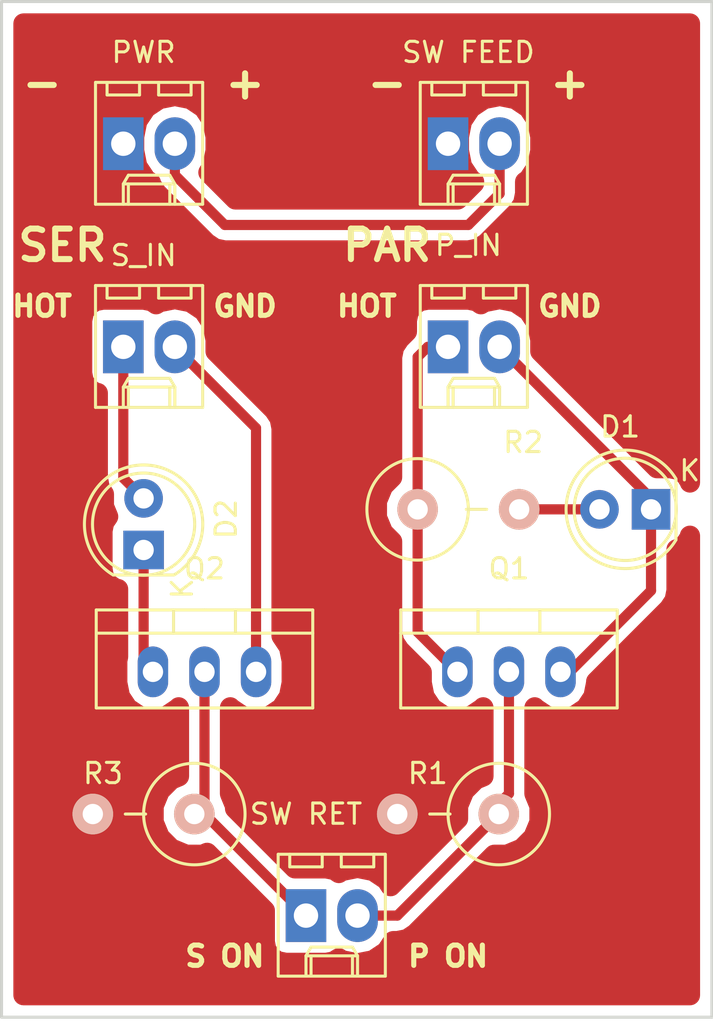
<source format=kicad_pcb>
(kicad_pcb (version 4) (host pcbnew 4.0.4-stable)

  (general
    (links 16)
    (no_connects 0)
    (area 99.924999 49.924999 135.075001 100.075001)
    (thickness 1.6)
    (drawings 16)
    (tracks 35)
    (zones 0)
    (modules 12)
    (nets 11)
  )

  (page A4)
  (layers
    (0 F.Cu signal)
    (31 B.Cu signal)
    (32 B.Adhes user)
    (33 F.Adhes user)
    (34 B.Paste user)
    (35 F.Paste user)
    (36 B.SilkS user)
    (37 F.SilkS user)
    (38 B.Mask user)
    (39 F.Mask user)
    (40 Dwgs.User user)
    (41 Cmts.User user)
    (42 Eco1.User user)
    (43 Eco2.User user)
    (44 Edge.Cuts user)
    (45 Margin user)
    (46 B.CrtYd user)
    (47 F.CrtYd user)
    (48 B.Fab user)
    (49 F.Fab user)
  )

  (setup
    (last_trace_width 0.5)
    (trace_clearance 0.2)
    (zone_clearance 0.508)
    (zone_45_only yes)
    (trace_min 0.2)
    (segment_width 0.2)
    (edge_width 0.15)
    (via_size 0.6)
    (via_drill 0.4)
    (via_min_size 0.4)
    (via_min_drill 0.3)
    (uvia_size 0.3)
    (uvia_drill 0.1)
    (uvias_allowed no)
    (uvia_min_size 0.2)
    (uvia_min_drill 0.1)
    (pcb_text_width 0.3)
    (pcb_text_size 1.5 1.5)
    (mod_edge_width 0.15)
    (mod_text_size 1 1)
    (mod_text_width 0.15)
    (pad_size 1.524 1.524)
    (pad_drill 0.762)
    (pad_to_mask_clearance 0.2)
    (aux_axis_origin 0 0)
    (visible_elements FFFFFF7F)
    (pcbplotparams
      (layerselection 0x00020_00000000)
      (usegerberextensions false)
      (excludeedgelayer true)
      (linewidth 0.100000)
      (plotframeref false)
      (viasonmask false)
      (mode 1)
      (useauxorigin false)
      (hpglpennumber 1)
      (hpglpenspeed 20)
      (hpglpendiameter 15)
      (hpglpenoverlay 2)
      (psnegative false)
      (psa4output false)
      (plotreference true)
      (plotvalue true)
      (plotinvisibletext false)
      (padsonsilk false)
      (subtractmaskfromsilk false)
      (outputformat 4)
      (mirror false)
      (drillshape 0)
      (scaleselection 1)
      (outputdirectory ""))
  )

  (net 0 "")
  (net 1 /TELE_P_GND)
  (net 2 "Net-(D1-Pad2)")
  (net 3 "Net-(D2-Pad1)")
  (net 4 /TELE_S_HOT)
  (net 5 GND)
  (net 6 VCC)
  (net 7 /TELE_P_HOT)
  (net 8 /TELE_S_GND)
  (net 9 /S_ON)
  (net 10 /P_ON)

  (net_class Default "This is the default net class."
    (clearance 0.2)
    (trace_width 0.5)
    (via_dia 0.6)
    (via_drill 0.4)
    (uvia_dia 0.3)
    (uvia_drill 0.1)
    (add_net /P_ON)
    (add_net /S_ON)
    (add_net /TELE_P_GND)
    (add_net /TELE_P_HOT)
    (add_net /TELE_S_GND)
    (add_net /TELE_S_HOT)
    (add_net GND)
    (add_net "Net-(D1-Pad2)")
    (add_net "Net-(D2-Pad1)")
    (add_net VCC)
  )

  (module LEDs:LED-5MM (layer F.Cu) (tedit 5570F7EA) (tstamp 583C7126)
    (at 132 75 180)
    (descr "LED 5mm round vertical")
    (tags "LED 5mm round vertical")
    (path /583C6481)
    (fp_text reference D1 (at 1.524 4.064 180) (layer F.SilkS)
      (effects (font (size 1 1) (thickness 0.15)))
    )
    (fp_text value LED (at 1.524 -3.937 180) (layer F.Fab)
      (effects (font (size 1 1) (thickness 0.15)))
    )
    (fp_line (start -1.5 -1.55) (end -1.5 1.55) (layer F.CrtYd) (width 0.05))
    (fp_arc (start 1.3 0) (end -1.5 1.55) (angle -302) (layer F.CrtYd) (width 0.05))
    (fp_arc (start 1.27 0) (end -1.23 -1.5) (angle 297.5) (layer F.SilkS) (width 0.15))
    (fp_line (start -1.23 1.5) (end -1.23 -1.5) (layer F.SilkS) (width 0.15))
    (fp_circle (center 1.27 0) (end 0.97 -2.5) (layer F.SilkS) (width 0.15))
    (fp_text user K (at -1.905 1.905 180) (layer F.SilkS)
      (effects (font (size 1 1) (thickness 0.15)))
    )
    (pad 1 thru_hole rect (at 0 0 270) (size 2 1.9) (drill 1.00076) (layers *.Cu *.Mask)
      (net 1 /TELE_P_GND))
    (pad 2 thru_hole circle (at 2.54 0 180) (size 1.9 1.9) (drill 1.00076) (layers *.Cu *.Mask)
      (net 2 "Net-(D1-Pad2)"))
    (model LEDs.3dshapes/LED-5MM.wrl
      (at (xyz 0.05 0 0))
      (scale (xyz 1 1 1))
      (rotate (xyz 0 0 90))
    )
  )

  (module LEDs:LED-5MM (layer F.Cu) (tedit 5570F7EA) (tstamp 583C712C)
    (at 107 77 90)
    (descr "LED 5mm round vertical")
    (tags "LED 5mm round vertical")
    (path /583C86D7)
    (fp_text reference D2 (at 1.524 4.064 90) (layer F.SilkS)
      (effects (font (size 1 1) (thickness 0.15)))
    )
    (fp_text value LED (at 1.524 -3.937 90) (layer F.Fab)
      (effects (font (size 1 1) (thickness 0.15)))
    )
    (fp_line (start -1.5 -1.55) (end -1.5 1.55) (layer F.CrtYd) (width 0.05))
    (fp_arc (start 1.3 0) (end -1.5 1.55) (angle -302) (layer F.CrtYd) (width 0.05))
    (fp_arc (start 1.27 0) (end -1.23 -1.5) (angle 297.5) (layer F.SilkS) (width 0.15))
    (fp_line (start -1.23 1.5) (end -1.23 -1.5) (layer F.SilkS) (width 0.15))
    (fp_circle (center 1.27 0) (end 0.97 -2.5) (layer F.SilkS) (width 0.15))
    (fp_text user K (at -1.905 1.905 90) (layer F.SilkS)
      (effects (font (size 1 1) (thickness 0.15)))
    )
    (pad 1 thru_hole rect (at 0 0 180) (size 2 1.9) (drill 1.00076) (layers *.Cu *.Mask)
      (net 3 "Net-(D2-Pad1)"))
    (pad 2 thru_hole circle (at 2.54 0 90) (size 1.9 1.9) (drill 1.00076) (layers *.Cu *.Mask)
      (net 4 /TELE_S_HOT))
    (model LEDs.3dshapes/LED-5MM.wrl
      (at (xyz 0.05 0 0))
      (scale (xyz 1 1 1))
      (rotate (xyz 0 0 90))
    )
  )

  (module Connectors_Molex:Molex_KK-6410-02_02x2.54mm_Straight (layer F.Cu) (tedit 583C7786) (tstamp 583C7132)
    (at 106 57)
    (descr "Connector Headers with Friction Lock, 22-27-2021, http://www.molex.com/pdm_docs/sd/022272021_sd.pdf")
    (tags "connector molex kk_6410 22-27-2021")
    (path /583C69F3)
    (fp_text reference PWR (at 1 -4.5) (layer F.SilkS)
      (effects (font (size 1 1) (thickness 0.15)))
    )
    (fp_text value PWR (at 1.27 4.5) (layer F.Fab)
      (effects (font (size 1 1) (thickness 0.15)))
    )
    (fp_line (start -1.37 -3.02) (end -1.37 2.98) (layer F.SilkS) (width 0.15))
    (fp_line (start -1.37 2.98) (end 3.91 2.98) (layer F.SilkS) (width 0.15))
    (fp_line (start 3.91 2.98) (end 3.91 -3.02) (layer F.SilkS) (width 0.15))
    (fp_line (start 3.91 -3.02) (end -1.37 -3.02) (layer F.SilkS) (width 0.15))
    (fp_line (start 0 2.98) (end 0 1.98) (layer F.SilkS) (width 0.15))
    (fp_line (start 0 1.98) (end 2.54 1.98) (layer F.SilkS) (width 0.15))
    (fp_line (start 2.54 1.98) (end 2.54 2.98) (layer F.SilkS) (width 0.15))
    (fp_line (start 0 1.98) (end 0.25 1.55) (layer F.SilkS) (width 0.15))
    (fp_line (start 0.25 1.55) (end 2.29 1.55) (layer F.SilkS) (width 0.15))
    (fp_line (start 2.29 1.55) (end 2.54 1.98) (layer F.SilkS) (width 0.15))
    (fp_line (start 0.25 2.98) (end 0.25 1.98) (layer F.SilkS) (width 0.15))
    (fp_line (start 2.29 2.98) (end 2.29 1.98) (layer F.SilkS) (width 0.15))
    (fp_line (start -0.8 -3.02) (end -0.8 -2.4) (layer F.SilkS) (width 0.15))
    (fp_line (start -0.8 -2.4) (end 0.8 -2.4) (layer F.SilkS) (width 0.15))
    (fp_line (start 0.8 -2.4) (end 0.8 -3.02) (layer F.SilkS) (width 0.15))
    (fp_line (start 1.74 -3.02) (end 1.74 -2.4) (layer F.SilkS) (width 0.15))
    (fp_line (start 1.74 -2.4) (end 3.34 -2.4) (layer F.SilkS) (width 0.15))
    (fp_line (start 3.34 -2.4) (end 3.34 -3.02) (layer F.SilkS) (width 0.15))
    (fp_line (start -1.9 3.5) (end -1.9 -3.55) (layer F.CrtYd) (width 0.05))
    (fp_line (start -1.9 -3.55) (end 4.45 -3.55) (layer F.CrtYd) (width 0.05))
    (fp_line (start 4.45 -3.55) (end 4.45 3.5) (layer F.CrtYd) (width 0.05))
    (fp_line (start 4.45 3.5) (end -1.9 3.5) (layer F.CrtYd) (width 0.05))
    (pad 1 thru_hole rect (at 0 0) (size 2 2.6) (drill 1.2) (layers *.Cu *.Mask)
      (net 5 GND))
    (pad 2 thru_hole oval (at 2.54 0) (size 2 2.6) (drill 1.2) (layers *.Cu *.Mask)
      (net 6 VCC))
  )

  (module Connectors_Molex:Molex_KK-6410-02_02x2.54mm_Straight (layer F.Cu) (tedit 583C776D) (tstamp 583C7138)
    (at 122 67)
    (descr "Connector Headers with Friction Lock, 22-27-2021, http://www.molex.com/pdm_docs/sd/022272021_sd.pdf")
    (tags "connector molex kk_6410 22-27-2021")
    (path /583C6514)
    (fp_text reference P_IN (at 1 -5) (layer F.SilkS)
      (effects (font (size 1 1) (thickness 0.15)))
    )
    (fp_text value "P IN" (at 1.27 4.5) (layer F.Fab)
      (effects (font (size 1 1) (thickness 0.15)))
    )
    (fp_line (start -1.37 -3.02) (end -1.37 2.98) (layer F.SilkS) (width 0.15))
    (fp_line (start -1.37 2.98) (end 3.91 2.98) (layer F.SilkS) (width 0.15))
    (fp_line (start 3.91 2.98) (end 3.91 -3.02) (layer F.SilkS) (width 0.15))
    (fp_line (start 3.91 -3.02) (end -1.37 -3.02) (layer F.SilkS) (width 0.15))
    (fp_line (start 0 2.98) (end 0 1.98) (layer F.SilkS) (width 0.15))
    (fp_line (start 0 1.98) (end 2.54 1.98) (layer F.SilkS) (width 0.15))
    (fp_line (start 2.54 1.98) (end 2.54 2.98) (layer F.SilkS) (width 0.15))
    (fp_line (start 0 1.98) (end 0.25 1.55) (layer F.SilkS) (width 0.15))
    (fp_line (start 0.25 1.55) (end 2.29 1.55) (layer F.SilkS) (width 0.15))
    (fp_line (start 2.29 1.55) (end 2.54 1.98) (layer F.SilkS) (width 0.15))
    (fp_line (start 0.25 2.98) (end 0.25 1.98) (layer F.SilkS) (width 0.15))
    (fp_line (start 2.29 2.98) (end 2.29 1.98) (layer F.SilkS) (width 0.15))
    (fp_line (start -0.8 -3.02) (end -0.8 -2.4) (layer F.SilkS) (width 0.15))
    (fp_line (start -0.8 -2.4) (end 0.8 -2.4) (layer F.SilkS) (width 0.15))
    (fp_line (start 0.8 -2.4) (end 0.8 -3.02) (layer F.SilkS) (width 0.15))
    (fp_line (start 1.74 -3.02) (end 1.74 -2.4) (layer F.SilkS) (width 0.15))
    (fp_line (start 1.74 -2.4) (end 3.34 -2.4) (layer F.SilkS) (width 0.15))
    (fp_line (start 3.34 -2.4) (end 3.34 -3.02) (layer F.SilkS) (width 0.15))
    (fp_line (start -1.9 3.5) (end -1.9 -3.55) (layer F.CrtYd) (width 0.05))
    (fp_line (start -1.9 -3.55) (end 4.45 -3.55) (layer F.CrtYd) (width 0.05))
    (fp_line (start 4.45 -3.55) (end 4.45 3.5) (layer F.CrtYd) (width 0.05))
    (fp_line (start 4.45 3.5) (end -1.9 3.5) (layer F.CrtYd) (width 0.05))
    (pad 1 thru_hole rect (at 0 0) (size 2 2.6) (drill 1.2) (layers *.Cu *.Mask)
      (net 7 /TELE_P_HOT))
    (pad 2 thru_hole oval (at 2.54 0) (size 2 2.6) (drill 1.2) (layers *.Cu *.Mask)
      (net 1 /TELE_P_GND))
  )

  (module Connectors_Molex:Molex_KK-6410-02_02x2.54mm_Straight (layer F.Cu) (tedit 583C775A) (tstamp 583C713E)
    (at 106 67)
    (descr "Connector Headers with Friction Lock, 22-27-2021, http://www.molex.com/pdm_docs/sd/022272021_sd.pdf")
    (tags "connector molex kk_6410 22-27-2021")
    (path /583C7D49)
    (fp_text reference S_IN (at 1 -4.5) (layer F.SilkS)
      (effects (font (size 1 1) (thickness 0.15)))
    )
    (fp_text value "S IN" (at 1.27 4.5) (layer F.Fab)
      (effects (font (size 1 1) (thickness 0.15)))
    )
    (fp_line (start -1.37 -3.02) (end -1.37 2.98) (layer F.SilkS) (width 0.15))
    (fp_line (start -1.37 2.98) (end 3.91 2.98) (layer F.SilkS) (width 0.15))
    (fp_line (start 3.91 2.98) (end 3.91 -3.02) (layer F.SilkS) (width 0.15))
    (fp_line (start 3.91 -3.02) (end -1.37 -3.02) (layer F.SilkS) (width 0.15))
    (fp_line (start 0 2.98) (end 0 1.98) (layer F.SilkS) (width 0.15))
    (fp_line (start 0 1.98) (end 2.54 1.98) (layer F.SilkS) (width 0.15))
    (fp_line (start 2.54 1.98) (end 2.54 2.98) (layer F.SilkS) (width 0.15))
    (fp_line (start 0 1.98) (end 0.25 1.55) (layer F.SilkS) (width 0.15))
    (fp_line (start 0.25 1.55) (end 2.29 1.55) (layer F.SilkS) (width 0.15))
    (fp_line (start 2.29 1.55) (end 2.54 1.98) (layer F.SilkS) (width 0.15))
    (fp_line (start 0.25 2.98) (end 0.25 1.98) (layer F.SilkS) (width 0.15))
    (fp_line (start 2.29 2.98) (end 2.29 1.98) (layer F.SilkS) (width 0.15))
    (fp_line (start -0.8 -3.02) (end -0.8 -2.4) (layer F.SilkS) (width 0.15))
    (fp_line (start -0.8 -2.4) (end 0.8 -2.4) (layer F.SilkS) (width 0.15))
    (fp_line (start 0.8 -2.4) (end 0.8 -3.02) (layer F.SilkS) (width 0.15))
    (fp_line (start 1.74 -3.02) (end 1.74 -2.4) (layer F.SilkS) (width 0.15))
    (fp_line (start 1.74 -2.4) (end 3.34 -2.4) (layer F.SilkS) (width 0.15))
    (fp_line (start 3.34 -2.4) (end 3.34 -3.02) (layer F.SilkS) (width 0.15))
    (fp_line (start -1.9 3.5) (end -1.9 -3.55) (layer F.CrtYd) (width 0.05))
    (fp_line (start -1.9 -3.55) (end 4.45 -3.55) (layer F.CrtYd) (width 0.05))
    (fp_line (start 4.45 -3.55) (end 4.45 3.5) (layer F.CrtYd) (width 0.05))
    (fp_line (start 4.45 3.5) (end -1.9 3.5) (layer F.CrtYd) (width 0.05))
    (pad 1 thru_hole rect (at 0 0) (size 2 2.6) (drill 1.2) (layers *.Cu *.Mask)
      (net 4 /TELE_S_HOT))
    (pad 2 thru_hole oval (at 2.54 0) (size 2 2.6) (drill 1.2) (layers *.Cu *.Mask)
      (net 8 /TELE_S_GND))
  )

  (module Connectors_Molex:Molex_KK-6410-02_02x2.54mm_Straight (layer F.Cu) (tedit 583C778C) (tstamp 583C7144)
    (at 122 57)
    (descr "Connector Headers with Friction Lock, 22-27-2021, http://www.molex.com/pdm_docs/sd/022272021_sd.pdf")
    (tags "connector molex kk_6410 22-27-2021")
    (path /583CB55F)
    (fp_text reference "SW FEED" (at 1 -4.5) (layer F.SilkS)
      (effects (font (size 1 1) (thickness 0.15)))
    )
    (fp_text value "SW FEED" (at 1.27 4.5) (layer F.Fab)
      (effects (font (size 1 1) (thickness 0.15)))
    )
    (fp_line (start -1.37 -3.02) (end -1.37 2.98) (layer F.SilkS) (width 0.15))
    (fp_line (start -1.37 2.98) (end 3.91 2.98) (layer F.SilkS) (width 0.15))
    (fp_line (start 3.91 2.98) (end 3.91 -3.02) (layer F.SilkS) (width 0.15))
    (fp_line (start 3.91 -3.02) (end -1.37 -3.02) (layer F.SilkS) (width 0.15))
    (fp_line (start 0 2.98) (end 0 1.98) (layer F.SilkS) (width 0.15))
    (fp_line (start 0 1.98) (end 2.54 1.98) (layer F.SilkS) (width 0.15))
    (fp_line (start 2.54 1.98) (end 2.54 2.98) (layer F.SilkS) (width 0.15))
    (fp_line (start 0 1.98) (end 0.25 1.55) (layer F.SilkS) (width 0.15))
    (fp_line (start 0.25 1.55) (end 2.29 1.55) (layer F.SilkS) (width 0.15))
    (fp_line (start 2.29 1.55) (end 2.54 1.98) (layer F.SilkS) (width 0.15))
    (fp_line (start 0.25 2.98) (end 0.25 1.98) (layer F.SilkS) (width 0.15))
    (fp_line (start 2.29 2.98) (end 2.29 1.98) (layer F.SilkS) (width 0.15))
    (fp_line (start -0.8 -3.02) (end -0.8 -2.4) (layer F.SilkS) (width 0.15))
    (fp_line (start -0.8 -2.4) (end 0.8 -2.4) (layer F.SilkS) (width 0.15))
    (fp_line (start 0.8 -2.4) (end 0.8 -3.02) (layer F.SilkS) (width 0.15))
    (fp_line (start 1.74 -3.02) (end 1.74 -2.4) (layer F.SilkS) (width 0.15))
    (fp_line (start 1.74 -2.4) (end 3.34 -2.4) (layer F.SilkS) (width 0.15))
    (fp_line (start 3.34 -2.4) (end 3.34 -3.02) (layer F.SilkS) (width 0.15))
    (fp_line (start -1.9 3.5) (end -1.9 -3.55) (layer F.CrtYd) (width 0.05))
    (fp_line (start -1.9 -3.55) (end 4.45 -3.55) (layer F.CrtYd) (width 0.05))
    (fp_line (start 4.45 -3.55) (end 4.45 3.5) (layer F.CrtYd) (width 0.05))
    (fp_line (start 4.45 3.5) (end -1.9 3.5) (layer F.CrtYd) (width 0.05))
    (pad 1 thru_hole rect (at 0 0) (size 2 2.6) (drill 1.2) (layers *.Cu *.Mask)
      (net 5 GND))
    (pad 2 thru_hole oval (at 2.54 0) (size 2 2.6) (drill 1.2) (layers *.Cu *.Mask)
      (net 6 VCC))
  )

  (module Connectors_Molex:Molex_KK-6410-02_02x2.54mm_Straight (layer F.Cu) (tedit 583C7815) (tstamp 583C714A)
    (at 115 95)
    (descr "Connector Headers with Friction Lock, 22-27-2021, http://www.molex.com/pdm_docs/sd/022272021_sd.pdf")
    (tags "connector molex kk_6410 22-27-2021")
    (path /583CC834)
    (fp_text reference "SW RET" (at 0 -5) (layer F.SilkS)
      (effects (font (size 1 1) (thickness 0.15)))
    )
    (fp_text value "SW RETURN" (at 1.27 4.5) (layer F.Fab)
      (effects (font (size 1 1) (thickness 0.15)))
    )
    (fp_line (start -1.37 -3.02) (end -1.37 2.98) (layer F.SilkS) (width 0.15))
    (fp_line (start -1.37 2.98) (end 3.91 2.98) (layer F.SilkS) (width 0.15))
    (fp_line (start 3.91 2.98) (end 3.91 -3.02) (layer F.SilkS) (width 0.15))
    (fp_line (start 3.91 -3.02) (end -1.37 -3.02) (layer F.SilkS) (width 0.15))
    (fp_line (start 0 2.98) (end 0 1.98) (layer F.SilkS) (width 0.15))
    (fp_line (start 0 1.98) (end 2.54 1.98) (layer F.SilkS) (width 0.15))
    (fp_line (start 2.54 1.98) (end 2.54 2.98) (layer F.SilkS) (width 0.15))
    (fp_line (start 0 1.98) (end 0.25 1.55) (layer F.SilkS) (width 0.15))
    (fp_line (start 0.25 1.55) (end 2.29 1.55) (layer F.SilkS) (width 0.15))
    (fp_line (start 2.29 1.55) (end 2.54 1.98) (layer F.SilkS) (width 0.15))
    (fp_line (start 0.25 2.98) (end 0.25 1.98) (layer F.SilkS) (width 0.15))
    (fp_line (start 2.29 2.98) (end 2.29 1.98) (layer F.SilkS) (width 0.15))
    (fp_line (start -0.8 -3.02) (end -0.8 -2.4) (layer F.SilkS) (width 0.15))
    (fp_line (start -0.8 -2.4) (end 0.8 -2.4) (layer F.SilkS) (width 0.15))
    (fp_line (start 0.8 -2.4) (end 0.8 -3.02) (layer F.SilkS) (width 0.15))
    (fp_line (start 1.74 -3.02) (end 1.74 -2.4) (layer F.SilkS) (width 0.15))
    (fp_line (start 1.74 -2.4) (end 3.34 -2.4) (layer F.SilkS) (width 0.15))
    (fp_line (start 3.34 -2.4) (end 3.34 -3.02) (layer F.SilkS) (width 0.15))
    (fp_line (start -1.9 3.5) (end -1.9 -3.55) (layer F.CrtYd) (width 0.05))
    (fp_line (start -1.9 -3.55) (end 4.45 -3.55) (layer F.CrtYd) (width 0.05))
    (fp_line (start 4.45 -3.55) (end 4.45 3.5) (layer F.CrtYd) (width 0.05))
    (fp_line (start 4.45 3.5) (end -1.9 3.5) (layer F.CrtYd) (width 0.05))
    (pad 1 thru_hole rect (at 0 0) (size 2 2.6) (drill 1.2) (layers *.Cu *.Mask)
      (net 9 /S_ON))
    (pad 2 thru_hole oval (at 2.54 0) (size 2 2.6) (drill 1.2) (layers *.Cu *.Mask)
      (net 10 /P_ON))
  )

  (module TO_SOT_Packages_THT:TO-220_Neutral123_Vertical (layer F.Cu) (tedit 0) (tstamp 583C7151)
    (at 125 83)
    (descr "TO-220, Neutral, Vertical,")
    (tags "TO-220, Neutral, Vertical,")
    (path /583C6435)
    (fp_text reference Q1 (at 0 -5.08) (layer F.SilkS)
      (effects (font (size 1 1) (thickness 0.15)))
    )
    (fp_text value BUZ11 (at 0 3.81) (layer F.Fab)
      (effects (font (size 1 1) (thickness 0.15)))
    )
    (fp_line (start -1.524 -3.048) (end -1.524 -1.905) (layer F.SilkS) (width 0.15))
    (fp_line (start 1.524 -3.048) (end 1.524 -1.905) (layer F.SilkS) (width 0.15))
    (fp_line (start 5.334 -1.905) (end 5.334 1.778) (layer F.SilkS) (width 0.15))
    (fp_line (start 5.334 1.778) (end -5.334 1.778) (layer F.SilkS) (width 0.15))
    (fp_line (start -5.334 1.778) (end -5.334 -1.905) (layer F.SilkS) (width 0.15))
    (fp_line (start 5.334 -3.048) (end 5.334 -1.905) (layer F.SilkS) (width 0.15))
    (fp_line (start 5.334 -1.905) (end -5.334 -1.905) (layer F.SilkS) (width 0.15))
    (fp_line (start -5.334 -1.905) (end -5.334 -3.048) (layer F.SilkS) (width 0.15))
    (fp_line (start 0 -3.048) (end -5.334 -3.048) (layer F.SilkS) (width 0.15))
    (fp_line (start 0 -3.048) (end 5.334 -3.048) (layer F.SilkS) (width 0.15))
    (pad 2 thru_hole oval (at 0 0 90) (size 2.49936 1.50114) (drill 1.00076) (layers *.Cu *.Mask)
      (net 10 /P_ON))
    (pad 1 thru_hole oval (at -2.54 0 90) (size 2.49936 1.50114) (drill 1.00076) (layers *.Cu *.Mask)
      (net 7 /TELE_P_HOT))
    (pad 3 thru_hole oval (at 2.54 0 90) (size 2.49936 1.50114) (drill 1.00076) (layers *.Cu *.Mask)
      (net 1 /TELE_P_GND))
    (model TO_SOT_Packages_THT.3dshapes/TO-220_Neutral123_Vertical.wrl
      (at (xyz 0 0 0))
      (scale (xyz 0.3937 0.3937 0.3937))
      (rotate (xyz 0 0 0))
    )
  )

  (module TO_SOT_Packages_THT:TO-220_Neutral123_Vertical (layer F.Cu) (tedit 0) (tstamp 583C7158)
    (at 110 83)
    (descr "TO-220, Neutral, Vertical,")
    (tags "TO-220, Neutral, Vertical,")
    (path /583C86CB)
    (fp_text reference Q2 (at 0 -5.08) (layer F.SilkS)
      (effects (font (size 1 1) (thickness 0.15)))
    )
    (fp_text value BUZ11 (at 0 3.81) (layer F.Fab)
      (effects (font (size 1 1) (thickness 0.15)))
    )
    (fp_line (start -1.524 -3.048) (end -1.524 -1.905) (layer F.SilkS) (width 0.15))
    (fp_line (start 1.524 -3.048) (end 1.524 -1.905) (layer F.SilkS) (width 0.15))
    (fp_line (start 5.334 -1.905) (end 5.334 1.778) (layer F.SilkS) (width 0.15))
    (fp_line (start 5.334 1.778) (end -5.334 1.778) (layer F.SilkS) (width 0.15))
    (fp_line (start -5.334 1.778) (end -5.334 -1.905) (layer F.SilkS) (width 0.15))
    (fp_line (start 5.334 -3.048) (end 5.334 -1.905) (layer F.SilkS) (width 0.15))
    (fp_line (start 5.334 -1.905) (end -5.334 -1.905) (layer F.SilkS) (width 0.15))
    (fp_line (start -5.334 -1.905) (end -5.334 -3.048) (layer F.SilkS) (width 0.15))
    (fp_line (start 0 -3.048) (end -5.334 -3.048) (layer F.SilkS) (width 0.15))
    (fp_line (start 0 -3.048) (end 5.334 -3.048) (layer F.SilkS) (width 0.15))
    (pad 2 thru_hole oval (at 0 0 90) (size 2.49936 1.50114) (drill 1.00076) (layers *.Cu *.Mask)
      (net 9 /S_ON))
    (pad 1 thru_hole oval (at -2.54 0 90) (size 2.49936 1.50114) (drill 1.00076) (layers *.Cu *.Mask)
      (net 3 "Net-(D2-Pad1)"))
    (pad 3 thru_hole oval (at 2.54 0 90) (size 2.49936 1.50114) (drill 1.00076) (layers *.Cu *.Mask)
      (net 8 /TELE_S_GND))
    (model TO_SOT_Packages_THT.3dshapes/TO-220_Neutral123_Vertical.wrl
      (at (xyz 0 0 0))
      (scale (xyz 0.3937 0.3937 0.3937))
      (rotate (xyz 0 0 0))
    )
  )

  (module Resistors_ThroughHole:Resistor_Vertical_RM5mm (layer F.Cu) (tedit 583C77C3) (tstamp 583C715E)
    (at 122 90 180)
    (descr "Resistor, Vertical, RM 5mm, 1/3W,")
    (tags "Resistor, Vertical, RM 5mm, 1/3W,")
    (path /583C64C9)
    (fp_text reference R1 (at 1 2 180) (layer F.SilkS)
      (effects (font (size 1 1) (thickness 0.15)))
    )
    (fp_text value 1M (at 0 4.50088 180) (layer F.Fab)
      (effects (font (size 1 1) (thickness 0.15)))
    )
    (fp_line (start -0.09906 0) (end 0.9017 0) (layer F.SilkS) (width 0.15))
    (fp_circle (center -2.49936 0) (end 0 0) (layer F.SilkS) (width 0.15))
    (pad 1 thru_hole circle (at -2.49936 0 180) (size 1.99898 1.99898) (drill 1.00076) (layers *.Cu *.SilkS *.Mask)
      (net 10 /P_ON))
    (pad 2 thru_hole circle (at 2.5019 0 180) (size 1.99898 1.99898) (drill 1.00076) (layers *.Cu *.SilkS *.Mask)
      (net 5 GND))
  )

  (module Resistors_ThroughHole:Resistor_Vertical_RM5mm (layer F.Cu) (tedit 0) (tstamp 583C7164)
    (at 123 75)
    (descr "Resistor, Vertical, RM 5mm, 1/3W,")
    (tags "Resistor, Vertical, RM 5mm, 1/3W,")
    (path /583C645A)
    (fp_text reference R2 (at 2.70002 -3.29946) (layer F.SilkS)
      (effects (font (size 1 1) (thickness 0.15)))
    )
    (fp_text value 1.5k (at 0 4.50088) (layer F.Fab)
      (effects (font (size 1 1) (thickness 0.15)))
    )
    (fp_line (start -0.09906 0) (end 0.9017 0) (layer F.SilkS) (width 0.15))
    (fp_circle (center -2.49936 0) (end 0 0) (layer F.SilkS) (width 0.15))
    (pad 1 thru_hole circle (at -2.49936 0) (size 1.99898 1.99898) (drill 1.00076) (layers *.Cu *.SilkS *.Mask)
      (net 7 /TELE_P_HOT))
    (pad 2 thru_hole circle (at 2.5019 0) (size 1.99898 1.99898) (drill 1.00076) (layers *.Cu *.SilkS *.Mask)
      (net 2 "Net-(D1-Pad2)"))
  )

  (module Resistors_ThroughHole:Resistor_Vertical_RM5mm (layer F.Cu) (tedit 583C77C7) (tstamp 583C716A)
    (at 107 90 180)
    (descr "Resistor, Vertical, RM 5mm, 1/3W,")
    (tags "Resistor, Vertical, RM 5mm, 1/3W,")
    (path /583C86DE)
    (fp_text reference R3 (at 2 2 180) (layer F.SilkS)
      (effects (font (size 1 1) (thickness 0.15)))
    )
    (fp_text value 1M (at 0 4.50088 180) (layer F.Fab)
      (effects (font (size 1 1) (thickness 0.15)))
    )
    (fp_line (start -0.09906 0) (end 0.9017 0) (layer F.SilkS) (width 0.15))
    (fp_circle (center -2.49936 0) (end 0 0) (layer F.SilkS) (width 0.15))
    (pad 1 thru_hole circle (at -2.49936 0 180) (size 1.99898 1.99898) (drill 1.00076) (layers *.Cu *.SilkS *.Mask)
      (net 9 /S_ON))
    (pad 2 thru_hole circle (at 2.5019 0 180) (size 1.99898 1.99898) (drill 1.00076) (layers *.Cu *.SilkS *.Mask)
      (net 5 GND))
  )

  (gr_text "P ON" (at 122 97) (layer F.SilkS)
    (effects (font (size 1 1) (thickness 0.25)))
  )
  (gr_text "S ON" (at 111 97) (layer F.SilkS)
    (effects (font (size 1 1) (thickness 0.25)))
  )
  (gr_text GND (at 128 65) (layer F.SilkS)
    (effects (font (size 1 1) (thickness 0.25)))
  )
  (gr_text GND (at 112 65) (layer F.SilkS)
    (effects (font (size 1 1) (thickness 0.25)))
  )
  (gr_text HOT (at 118 65) (layer F.SilkS)
    (effects (font (size 1 1) (thickness 0.25)))
  )
  (gr_text HOT (at 102 65) (layer F.SilkS)
    (effects (font (size 1 1) (thickness 0.25)))
  )
  (gr_text PAR (at 119 62) (layer F.SilkS)
    (effects (font (size 1.5 1.5) (thickness 0.3)))
  )
  (gr_text SER (at 103 62) (layer F.SilkS)
    (effects (font (size 1.5 1.5) (thickness 0.3)))
  )
  (gr_text + (at 128 54) (layer F.SilkS)
    (effects (font (size 1.5 1.5) (thickness 0.3)))
  )
  (gr_text + (at 112 54) (layer F.SilkS)
    (effects (font (size 1.5 1.5) (thickness 0.3)))
  )
  (gr_text - (at 119 54) (layer F.SilkS)
    (effects (font (size 1.5 1.5) (thickness 0.3)))
  )
  (gr_text - (at 102 54) (layer F.SilkS)
    (effects (font (size 1.5 1.5) (thickness 0.3)))
  )
  (gr_line (start 135 100) (end 100 100) (angle 90) (layer Edge.Cuts) (width 0.15))
  (gr_line (start 135 50) (end 135 100) (angle 90) (layer Edge.Cuts) (width 0.15))
  (gr_line (start 100 50) (end 135 50) (angle 90) (layer Edge.Cuts) (width 0.15))
  (gr_line (start 100 50) (end 100 100) (angle 90) (layer Edge.Cuts) (width 0.15))

  (segment (start 132 75) (end 132 74.46) (width 0.5) (layer F.Cu) (net 1))
  (segment (start 132 74.46) (end 124.54 67) (width 0.5) (layer F.Cu) (net 1) (tstamp 583C75C3))
  (segment (start 127.54 83) (end 128 83) (width 0.5) (layer F.Cu) (net 1))
  (segment (start 128 83) (end 132 79) (width 0.5) (layer F.Cu) (net 1) (tstamp 583C75B6))
  (segment (start 132 79) (end 132 75) (width 0.5) (layer F.Cu) (net 1) (tstamp 583C75B9))
  (segment (start 127.54 83) (end 127.54 82.46) (width 0.5) (layer F.Cu) (net 1) (status 30))
  (segment (start 125.5019 75) (end 129.46 75) (width 0.5) (layer F.Cu) (net 2) (status 30))
  (segment (start 107 77) (end 107 82.54) (width 0.5) (layer F.Cu) (net 3) (status 30))
  (segment (start 107 82.54) (end 107.46 83) (width 0.5) (layer F.Cu) (net 3) (tstamp 583C737D) (status 30))
  (segment (start 106 67) (end 106 73.46) (width 0.5) (layer F.Cu) (net 4) (status 10))
  (segment (start 106 73.46) (end 107 74.46) (width 0.5) (layer F.Cu) (net 4) (tstamp 583C7379) (status 20))
  (segment (start 108.54 57) (end 108.54 58.54) (width 0.5) (layer F.Cu) (net 6) (status 400000))
  (segment (start 124.54 59.46) (end 124.54 57) (width 0.5) (layer F.Cu) (net 6) (tstamp 583C76C0) (status 800000))
  (segment (start 123 61) (end 124.54 59.46) (width 0.5) (layer F.Cu) (net 6) (tstamp 583C76BD))
  (segment (start 111 61) (end 123 61) (width 0.5) (layer F.Cu) (net 6) (tstamp 583C76BA))
  (segment (start 108.54 58.54) (end 111 61) (width 0.5) (layer F.Cu) (net 6) (tstamp 583C76B8))
  (segment (start 120.50064 75) (end 120.50064 81.04064) (width 0.5) (layer F.Cu) (net 7) (status 10))
  (segment (start 120.50064 81.04064) (end 122.46 83) (width 0.5) (layer F.Cu) (net 7) (tstamp 583C7392) (status 20))
  (segment (start 122 67) (end 121 67) (width 0.5) (layer F.Cu) (net 7) (status 30))
  (segment (start 121 67) (end 120.50064 67.49936) (width 0.5) (layer F.Cu) (net 7) (tstamp 583C738E) (status 10))
  (segment (start 120.50064 67.49936) (end 120.50064 75) (width 0.5) (layer F.Cu) (net 7) (tstamp 583C738F) (status 20))
  (segment (start 112.54 83) (end 112.54 71) (width 0.5) (layer F.Cu) (net 8) (status 10))
  (segment (start 112.54 71) (end 108.54 67) (width 0.5) (layer F.Cu) (net 8) (tstamp 583C7388) (status 20))
  (segment (start 109.49936 90) (end 110 90) (width 0.5) (layer F.Cu) (net 9) (status 30))
  (segment (start 110 90) (end 115 95) (width 0.5) (layer F.Cu) (net 9) (tstamp 583C74D3) (status 30))
  (segment (start 110 83) (end 110 89.49936) (width 0.5) (layer F.Cu) (net 9) (status 30))
  (segment (start 110 89.49936) (end 109.49936 90) (width 0.5) (layer F.Cu) (net 9) (tstamp 583C74CA) (status 30))
  (segment (start 110 89.49936) (end 109.49936 90) (width 0.5) (layer F.Cu) (net 9) (tstamp 583C7381) (status 30))
  (segment (start 124.49936 90) (end 124.49936 89.50064) (width 0.5) (layer F.Cu) (net 10) (status 30))
  (segment (start 124.49936 89.50064) (end 125 89) (width 0.5) (layer F.Cu) (net 10) (tstamp 583C74DC) (status 10))
  (segment (start 125 89) (end 125 83) (width 0.5) (layer F.Cu) (net 10) (tstamp 583C74DF) (status 20))
  (segment (start 117.54 95) (end 119.49936 95) (width 0.5) (layer F.Cu) (net 10) (status 10))
  (segment (start 119.49936 95) (end 124.49936 90) (width 0.5) (layer F.Cu) (net 10) (tstamp 583C74D6) (status 20))
  (segment (start 117.54 95) (end 117.54 93.95936) (width 0.5) (layer F.Cu) (net 10) (status 30))
  (segment (start 117.54 94.95936) (end 117.54 95) (width 0.5) (layer F.Cu) (net 10) (tstamp 583C739E) (status 30))

  (zone (net 5) (net_name GND) (layer F.Cu) (tstamp 583C7616) (hatch edge 0.508)
    (connect_pads yes (clearance 0.508))
    (min_thickness 1)
    (fill yes (mode segment) (arc_segments 16) (thermal_gap 0.508) (thermal_bridge_width 0.508))
    (polygon
      (pts
        (xy 135 100) (xy 100 100) (xy 100 50) (xy 135 50)
      )
    )
    (filled_polygon
      (pts
        (xy 133.917 73.677159) (xy 133.90746 73.626458) (xy 133.686697 73.283382) (xy 133.349851 73.053225) (xy 132.95 72.972253)
        (xy 132.291333 72.972253) (xy 126.548 67.22892) (xy 126.548 66.654784) (xy 126.39515 65.886356) (xy 125.95987 65.234914)
        (xy 125.308428 64.799634) (xy 124.54 64.646784) (xy 123.771572 64.799634) (xy 123.617976 64.902264) (xy 123.399851 64.753225)
        (xy 123 64.672253) (xy 121 64.672253) (xy 120.626458 64.74254) (xy 120.283382 64.963303) (xy 120.053225 65.300149)
        (xy 119.972253 65.7) (xy 119.972253 66.248666) (xy 119.6111 66.60982) (xy 119.3384 67.017944) (xy 119.24264 67.49936)
        (xy 119.24264 73.419261) (xy 118.799765 73.861364) (xy 118.493499 74.598934) (xy 118.492802 75.397563) (xy 118.79778 76.135666)
        (xy 119.24264 76.581303) (xy 119.24264 81.04064) (xy 119.3384 81.522056) (xy 119.370743 81.57046) (xy 119.6111 81.93018)
        (xy 120.70143 83.020511) (xy 120.70143 83.543341) (xy 120.835293 84.216317) (xy 121.216503 84.786838) (xy 121.787024 85.168048)
        (xy 122.46 85.301911) (xy 123.132976 85.168048) (xy 123.703497 84.786838) (xy 123.73 84.747173) (xy 123.742 84.765133)
        (xy 123.742 88.140827) (xy 123.363694 88.29714) (xy 122.798485 88.861364) (xy 122.492219 89.598934) (xy 122.491669 90.228611)
        (xy 119.170354 93.549926) (xy 118.95987 93.234914) (xy 118.308428 92.799634) (xy 117.54 92.646784) (xy 116.771572 92.799634)
        (xy 116.617976 92.902264) (xy 116.399851 92.753225) (xy 116 92.672253) (xy 114.451333 92.672253) (xy 111.507088 89.728008)
        (xy 111.507198 89.602437) (xy 111.258 88.999332) (xy 111.258 84.765133) (xy 111.27 84.747173) (xy 111.296503 84.786838)
        (xy 111.867024 85.168048) (xy 112.54 85.301911) (xy 113.212976 85.168048) (xy 113.783497 84.786838) (xy 114.164707 84.216317)
        (xy 114.29857 83.543341) (xy 114.29857 82.456659) (xy 114.164707 81.783683) (xy 113.798 81.234867) (xy 113.798 71)
        (xy 113.70224 70.518584) (xy 113.56589 70.314522) (xy 113.42954 70.110459) (xy 110.548 67.22892) (xy 110.548 66.654784)
        (xy 110.39515 65.886356) (xy 109.95987 65.234914) (xy 109.308428 64.799634) (xy 108.54 64.646784) (xy 107.771572 64.799634)
        (xy 107.617976 64.902264) (xy 107.399851 64.753225) (xy 107 64.672253) (xy 105 64.672253) (xy 104.626458 64.74254)
        (xy 104.283382 64.963303) (xy 104.053225 65.300149) (xy 103.972253 65.7) (xy 103.972253 68.3) (xy 104.04254 68.673542)
        (xy 104.263303 69.016618) (xy 104.600149 69.246775) (xy 104.742 69.275501) (xy 104.742 73.46) (xy 104.83776 73.941416)
        (xy 104.950712 74.11046) (xy 105.042185 74.247359) (xy 105.041661 74.847761) (xy 105.252621 75.358323) (xy 105.053225 75.650149)
        (xy 104.972253 76.05) (xy 104.972253 77.95) (xy 105.04254 78.323542) (xy 105.263303 78.666618) (xy 105.600149 78.896775)
        (xy 105.742 78.925501) (xy 105.742 82.252699) (xy 105.70143 82.456659) (xy 105.70143 83.543341) (xy 105.835293 84.216317)
        (xy 106.216503 84.786838) (xy 106.787024 85.168048) (xy 107.46 85.301911) (xy 108.132976 85.168048) (xy 108.703497 84.786838)
        (xy 108.73 84.747173) (xy 108.742 84.765133) (xy 108.742 88.140827) (xy 108.363694 88.29714) (xy 107.798485 88.861364)
        (xy 107.492219 89.598934) (xy 107.491522 90.397563) (xy 107.7965 91.135666) (xy 108.360724 91.700875) (xy 109.098294 92.007141)
        (xy 109.896923 92.007838) (xy 110.131735 91.910815) (xy 112.972253 94.751333) (xy 112.972253 96.3) (xy 113.04254 96.673542)
        (xy 113.263303 97.016618) (xy 113.600149 97.246775) (xy 114 97.327747) (xy 116 97.327747) (xy 116.373542 97.25746)
        (xy 116.619832 97.098977) (xy 116.771572 97.200366) (xy 117.54 97.353216) (xy 118.308428 97.200366) (xy 118.95987 96.765086)
        (xy 119.298694 96.258) (xy 119.49936 96.258) (xy 119.980776 96.16224) (xy 120.3889 95.88954) (xy 124.271148 92.007292)
        (xy 124.896923 92.007838) (xy 125.635026 91.70286) (xy 126.200235 91.138636) (xy 126.506501 90.401066) (xy 126.507198 89.602437)
        (xy 126.258 88.999332) (xy 126.258 84.765133) (xy 126.27 84.747173) (xy 126.296503 84.786838) (xy 126.867024 85.168048)
        (xy 127.54 85.301911) (xy 128.212976 85.168048) (xy 128.783497 84.786838) (xy 129.164707 84.216317) (xy 129.29857 83.543341)
        (xy 129.29857 83.48051) (xy 132.88954 79.889541) (xy 133.02589 79.685478) (xy 133.16224 79.481416) (xy 133.258 79)
        (xy 133.258 76.969793) (xy 133.323542 76.95746) (xy 133.666618 76.736697) (xy 133.896775 76.399851) (xy 133.917 76.299977)
        (xy 133.917 98.917) (xy 101.083 98.917) (xy 101.083 56.654784) (xy 106.532 56.654784) (xy 106.532 57.345216)
        (xy 106.68485 58.113644) (xy 107.12013 58.765086) (xy 107.358447 58.924325) (xy 107.37776 59.021416) (xy 107.497331 59.200366)
        (xy 107.65046 59.42954) (xy 110.110459 61.88954) (xy 110.518584 62.16224) (xy 111 62.258) (xy 123 62.258)
        (xy 123.481416 62.16224) (xy 123.88954 61.88954) (xy 125.42954 60.34954) (xy 125.589289 60.110459) (xy 125.70224 59.941416)
        (xy 125.798 59.46) (xy 125.798 58.873244) (xy 125.95987 58.765086) (xy 126.39515 58.113644) (xy 126.548 57.345216)
        (xy 126.548 56.654784) (xy 126.39515 55.886356) (xy 125.95987 55.234914) (xy 125.308428 54.799634) (xy 124.54 54.646784)
        (xy 123.771572 54.799634) (xy 123.12013 55.234914) (xy 122.68485 55.886356) (xy 122.532 56.654784) (xy 122.532 57.345216)
        (xy 122.68485 58.113644) (xy 123.12013 58.765086) (xy 123.282 58.873244) (xy 123.282 58.93892) (xy 122.47892 59.742)
        (xy 111.521081 59.742) (xy 110.193906 58.414826) (xy 110.39515 58.113644) (xy 110.548 57.345216) (xy 110.548 56.654784)
        (xy 110.39515 55.886356) (xy 109.95987 55.234914) (xy 109.308428 54.799634) (xy 108.54 54.646784) (xy 107.771572 54.799634)
        (xy 107.12013 55.234914) (xy 106.68485 55.886356) (xy 106.532 56.654784) (xy 101.083 56.654784) (xy 101.083 51.083)
        (xy 133.917 51.083)
      )
    )
    (fill_segments
      (pts (xy 101.083 51.083) (xy 133.917 51.083))
      (pts (xy 101.083 51.883) (xy 133.917 51.883))
      (pts (xy 101.083 52.683) (xy 133.917 52.683))
      (pts (xy 101.083 53.483) (xy 133.917 53.483))
      (pts (xy 101.083 54.283) (xy 133.917 54.283))
      (pts (xy 101.083 55.083) (xy 107.347486 55.083))
      (pts (xy 109.732515 55.083) (xy 123.347486 55.083))
      (pts (xy 125.732515 55.083) (xy 133.917 55.083))
      (pts (xy 101.083 55.883) (xy 106.687093 55.883))
      (pts (xy 110.392908 55.883) (xy 122.687093 55.883))
      (pts (xy 126.392908 55.883) (xy 133.917 55.883))
      (pts (xy 101.083 56.683) (xy 106.532 56.683))
      (pts (xy 110.548 56.683) (xy 122.532 56.683))
      (pts (xy 126.548 56.683) (xy 133.917 56.683))
      (pts (xy 101.083 57.483) (xy 106.559406 57.483))
      (pts (xy 110.520593 57.483) (xy 122.559406 57.483))
      (pts (xy 126.520593 57.483) (xy 133.917 57.483))
      (pts (xy 101.083 58.283) (xy 106.79801 58.283))
      (pts (xy 110.281989 58.283) (xy 122.79801 58.283))
      (pts (xy 126.281989 58.283) (xy 133.917 58.283))
      (pts (xy 101.083 59.083) (xy 107.418909 59.083))
      (pts (xy 110.862081 59.083) (xy 123.13792 59.083))
      (pts (xy 125.798 59.083) (xy 133.917 59.083))
      (pts (xy 101.083 59.883) (xy 108.103919 59.883))
      (pts (xy 125.713859 59.883) (xy 133.917 59.883))
      (pts (xy 101.083 60.683) (xy 108.903919 60.683))
      (pts (xy 125.09608 60.683) (xy 133.917 60.683))
      (pts (xy 101.083 61.483) (xy 109.703919 61.483))
      (pts (xy 124.29608 61.483) (xy 133.917 61.483))
      (pts (xy 101.083 62.283) (xy 133.917 62.283))
      (pts (xy 101.083 63.083) (xy 133.917 63.083))
      (pts (xy 101.083 63.883) (xy 133.917 63.883))
      (pts (xy 101.083 64.683) (xy 104.942885 64.683))
      (pts (xy 107.053071 64.683) (xy 108.357931 64.683))
      (pts (xy 108.72207 64.683) (xy 120.942885 64.683))
      (pts (xy 123.053071 64.683) (xy 124.357931 64.683))
      (pts (xy 124.72207 64.683) (xy 133.917 64.683))
      (pts (xy 101.083 65.483) (xy 104.016197 65.483))
      (pts (xy 110.125636 65.483) (xy 120.016197 65.483))
      (pts (xy 126.125636 65.483) (xy 133.917 65.483))
      (pts (xy 101.083 66.283) (xy 103.972253 66.283))
      (pts (xy 110.474048 66.283) (xy 119.93792 66.283))
      (pts (xy 126.474048 66.283) (xy 133.917 66.283))
      (pts (xy 101.083 67.083) (xy 103.972253 67.083))
      (pts (xy 110.548 67.083) (xy 119.32546 67.083))
      (pts (xy 126.548 67.083) (xy 133.917 67.083))
      (pts (xy 101.083 67.883) (xy 103.972253 67.883))
      (pts (xy 111.202081 67.883) (xy 119.24264 67.883))
      (pts (xy 127.20208 67.883) (xy 133.917 67.883))
      (pts (xy 101.083 68.683) (xy 104.048626 68.683))
      (pts (xy 112.002081 68.683) (xy 119.24264 68.683))
      (pts (xy 128.00208 68.683) (xy 133.917 68.683))
      (pts (xy 101.083 69.483) (xy 104.742 69.483))
      (pts (xy 112.802081 69.483) (xy 119.24264 69.483))
      (pts (xy 128.80208 69.483) (xy 133.917 69.483))
      (pts (xy 101.083 70.283) (xy 104.742 70.283))
      (pts (xy 113.544828 70.283) (xy 119.24264 70.283))
      (pts (xy 129.60208 70.283) (xy 133.917 70.283))
      (pts (xy 101.083 71.083) (xy 104.742 71.083))
      (pts (xy 113.798 71.083) (xy 119.24264 71.083))
      (pts (xy 130.40208 71.083) (xy 133.917 71.083))
      (pts (xy 101.083 71.883) (xy 104.742 71.883))
      (pts (xy 113.798 71.883) (xy 119.24264 71.883))
      (pts (xy 131.20208 71.883) (xy 133.917 71.883))
      (pts (xy 101.083 72.683) (xy 104.742 72.683))
      (pts (xy 113.798 72.683) (xy 119.24264 72.683))
      (pts (xy 132.00208 72.683) (xy 133.917 72.683))
      (pts (xy 101.083 73.483) (xy 104.746575 73.483))
      (pts (xy 113.798 73.483) (xy 119.17879 73.483))
      (pts (xy 133.815148 73.483) (xy 133.917 73.483))
      (pts (xy 101.083 74.283) (xy 105.042154 74.283))
      (pts (xy 113.798 74.283) (xy 118.624687 74.283))
      (pts (xy 101.083 75.083) (xy 105.138859 75.083))
      (pts (xy 113.798 75.083) (xy 118.493077 75.083))
      (pts (xy 101.083 75.883) (xy 105.006072 75.883))
      (pts (xy 113.798 75.883) (xy 118.69338 75.883))
      (pts (xy 101.083 76.683) (xy 104.972253 76.683))
      (pts (xy 113.798 76.683) (xy 119.24264 76.683))
      (pts (xy 133.703307 76.683) (xy 133.917 76.683))
      (pts (xy 101.083 77.483) (xy 104.972253 77.483))
      (pts (xy 113.798 77.483) (xy 119.24264 77.483))
      (pts (xy 133.258 77.483) (xy 133.917 77.483))
      (pts (xy 101.083 78.283) (xy 105.034911 78.283))
      (pts (xy 113.798 78.283) (xy 119.24264 78.283))
      (pts (xy 133.258 78.283) (xy 133.917 78.283))
      (pts (xy 101.083 79.083) (xy 105.742 79.083))
      (pts (xy 113.798 79.083) (xy 119.24264 79.083))
      (pts (xy 133.24149 79.083) (xy 133.917 79.083))
      (pts (xy 101.083 79.883) (xy 105.742 79.883))
      (pts (xy 113.798 79.883) (xy 119.24264 79.883))
      (pts (xy 132.89391 79.883) (xy 133.917 79.883))
      (pts (xy 101.083 80.683) (xy 105.742 80.683))
      (pts (xy 113.798 80.683) (xy 119.24264 80.683))
      (pts (xy 132.09608 80.683) (xy 133.917 80.683))
      (pts (xy 101.083 81.483) (xy 105.742 81.483))
      (pts (xy 113.963798 81.483) (xy 119.330631 81.483))
      (pts (xy 131.29608 81.483) (xy 133.917 81.483))
      (pts (xy 101.083 82.283) (xy 105.735973 82.283))
      (pts (xy 114.264028 82.283) (xy 119.963919 82.283))
      (pts (xy 130.49608 82.283) (xy 133.917 82.283))
      (pts (xy 101.083 83.083) (xy 105.70143 83.083))
      (pts (xy 114.29857 83.083) (xy 120.70143 83.083))
      (pts (xy 129.69608 83.083) (xy 133.917 83.083))
      (pts (xy 101.083 83.883) (xy 105.768992 83.883))
      (pts (xy 114.231007 83.883) (xy 120.768992 83.883))
      (pts (xy 129.231007 83.883) (xy 133.917 83.883))
      (pts (xy 101.083 84.683) (xy 106.14712 84.683))
      (pts (xy 113.852879 84.683) (xy 121.14712 84.683))
      (pts (xy 128.852879 84.683) (xy 133.917 84.683))
      (pts (xy 101.083 85.483) (xy 108.742 85.483))
      (pts (xy 111.258 85.483) (xy 123.742 85.483))
      (pts (xy 126.258 85.483) (xy 133.917 85.483))
      (pts (xy 101.083 86.283) (xy 108.742 86.283))
      (pts (xy 111.258 86.283) (xy 123.742 86.283))
      (pts (xy 126.258 86.283) (xy 133.917 86.283))
      (pts (xy 101.083 87.083) (xy 108.742 87.083))
      (pts (xy 111.258 87.083) (xy 123.742 87.083))
      (pts (xy 126.258 87.083) (xy 133.917 87.083))
      (pts (xy 101.083 87.883) (xy 108.742 87.883))
      (pts (xy 111.258 87.883) (xy 123.742 87.883))
      (pts (xy 126.258 87.883) (xy 133.917 87.883))
      (pts (xy 101.083 88.683) (xy 107.977161 88.683))
      (pts (xy 111.258 88.683) (xy 122.977161 88.683))
      (pts (xy 126.258 88.683) (xy 133.917 88.683))
      (pts (xy 101.083 89.483) (xy 107.54036 89.483))
      (pts (xy 111.457848 89.483) (xy 122.54036 89.483))
      (pts (xy 126.457848 89.483) (xy 133.917 89.483))
      (pts (xy 101.083 90.283) (xy 107.491622 90.283))
      (pts (xy 112.06208 90.283) (xy 122.43728 90.283))
      (pts (xy 126.506604 90.283) (xy 133.917 90.283))
      (pts (xy 101.083 91.083) (xy 107.774738 91.083))
      (pts (xy 112.86208 91.083) (xy 121.63728 91.083))
      (pts (xy 126.223337 91.083) (xy 133.917 91.083))
      (pts (xy 101.083 91.883) (xy 108.799329 91.883))
      (pts (xy 113.66208 91.883) (xy 120.83728 91.883))
      (pts (xy 125.199053 91.883) (xy 133.917 91.883))
      (pts (xy 101.083 92.683) (xy 110.90392 92.683))
      (pts (xy 116.053071 92.683) (xy 117.357931 92.683))
      (pts (xy 117.72207 92.683) (xy 120.03728 92.683))
      (pts (xy 123.59544 92.683) (xy 133.917 92.683))
      (pts (xy 101.083 93.483) (xy 111.70392 93.483))
      (pts (xy 119.125636 93.483) (xy 119.23728 93.483))
      (pts (xy 122.79544 93.483) (xy 133.917 93.483))
      (pts (xy 101.083 94.283) (xy 112.50392 94.283))
      (pts (xy 121.99544 94.283) (xy 133.917 94.283))
      (pts (xy 101.083 95.083) (xy 112.972253 95.083))
      (pts (xy 121.19544 95.083) (xy 133.917 95.083))
      (pts (xy 101.083 95.883) (xy 112.972253 95.883))
      (pts (xy 120.39544 95.883) (xy 133.917 95.883))
      (pts (xy 101.083 96.683) (xy 113.048626 96.683))
      (pts (xy 119.014718 96.683) (xy 133.917 96.683))
      (pts (xy 101.083 97.483) (xy 133.917 97.483))
      (pts (xy 101.083 98.283) (xy 133.917 98.283))
    )
  )
)

</source>
